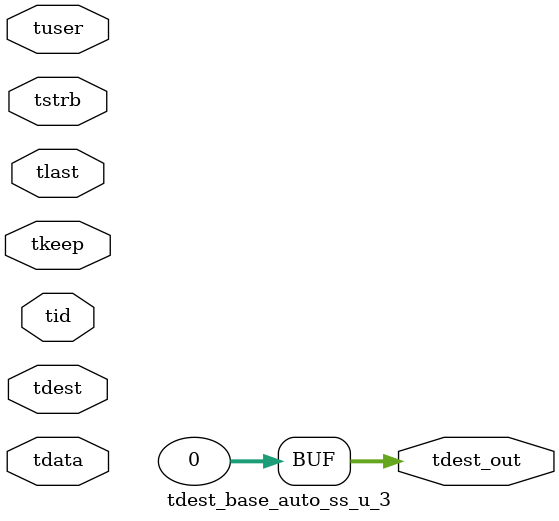
<source format=v>


`timescale 1ps/1ps

module tdest_base_auto_ss_u_3 #
(
parameter C_S_AXIS_TDATA_WIDTH = 32,
parameter C_S_AXIS_TUSER_WIDTH = 0,
parameter C_S_AXIS_TID_WIDTH   = 0,
parameter C_S_AXIS_TDEST_WIDTH = 0,
parameter C_M_AXIS_TDEST_WIDTH = 32
)
(
input  [(C_S_AXIS_TDATA_WIDTH == 0 ? 1 : C_S_AXIS_TDATA_WIDTH)-1:0     ] tdata,
input  [(C_S_AXIS_TUSER_WIDTH == 0 ? 1 : C_S_AXIS_TUSER_WIDTH)-1:0     ] tuser,
input  [(C_S_AXIS_TID_WIDTH   == 0 ? 1 : C_S_AXIS_TID_WIDTH)-1:0       ] tid,
input  [(C_S_AXIS_TDEST_WIDTH == 0 ? 1 : C_S_AXIS_TDEST_WIDTH)-1:0     ] tdest,
input  [(C_S_AXIS_TDATA_WIDTH/8)-1:0 ] tkeep,
input  [(C_S_AXIS_TDATA_WIDTH/8)-1:0 ] tstrb,
input                                                                    tlast,
output [C_M_AXIS_TDEST_WIDTH-1:0] tdest_out
);

assign tdest_out = {1'b0};

endmodule


</source>
